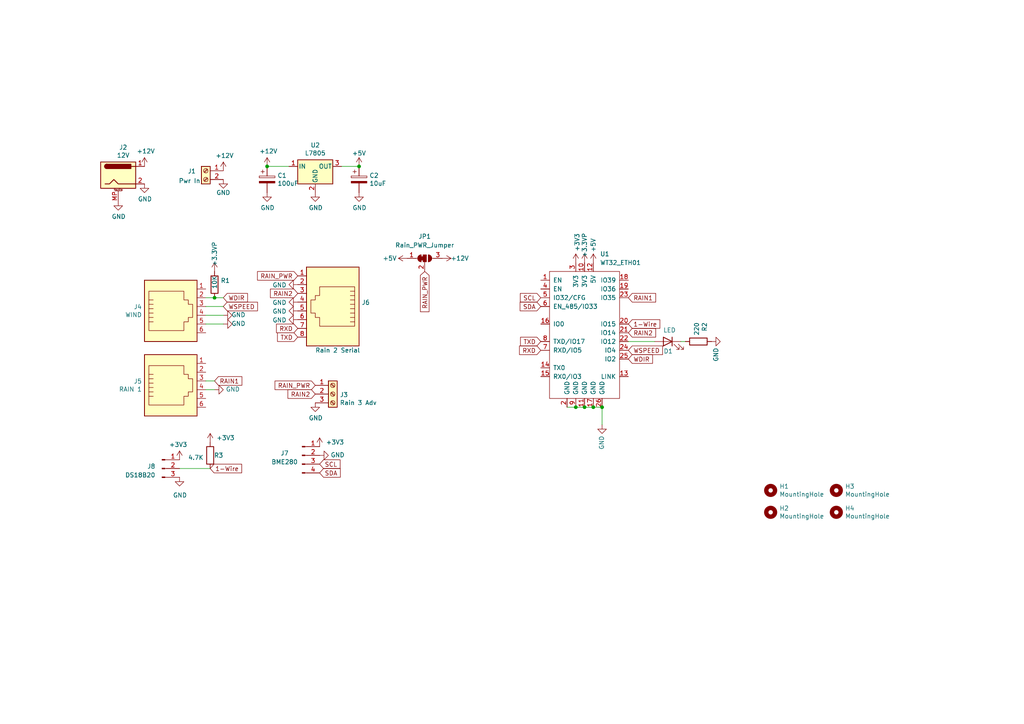
<source format=kicad_sch>
(kicad_sch (version 20230121) (generator eeschema)
  (paper "A4")
  (title_block (title "Weather ESP32") (date "2023-07-03") (rev "v2") (company "Scott Hanson"))
  (lib_symbols
    (symbol "Connector:8P8C" (pin_names (offset 1.016))
      (property "Reference" "J" (at -5.08 13.97 0))
      (property "Value" "8P8C" (at 2.54 13.97 0))
      (symbol "8P8C_0_1"
        (polyline (pts (xy -5.08 4.445) (xy -6.35 4.445)))
        (polyline (pts (xy -5.08 5.715) (xy -6.35 5.715)))
        (polyline (pts (xy -6.35 -3.175) (xy -5.08 -3.175) (xy -5.08 -3.175)))
        (polyline (pts (xy -6.35 -1.905) (xy -5.08 -1.905) (xy -5.08 -1.905)))
        (polyline (pts (xy -6.35 -0.635) (xy -5.08 -0.635) (xy -5.08 -0.635)))
        (polyline (pts (xy -6.35 0.635) (xy -5.08 0.635) (xy -5.08 0.635)))
        (polyline (pts (xy -6.35 1.905) (xy -5.08 1.905) (xy -5.08 1.905)))
        (polyline (pts (xy -5.08 3.175) (xy -6.35 3.175) (xy -6.35 3.175)))
        (polyline (pts (xy -6.35 -4.445) (xy -6.35 6.985) (xy 3.81 6.985) (xy 3.81 4.445) (xy 5.08 4.445) (xy 5.08 3.175) (xy 6.35 3.175) (xy 6.35 -0.635) (xy 5.08 -0.635) (xy 5.08 -1.905) (xy 3.81 -1.905) (xy 3.81 -4.445) (xy -6.35 -4.445) (xy -6.35 -4.445)))
        (rectangle (start 7.62 12.7) (end -7.62 -10.16) (stroke (width 0.254)) (fill (type background)))
      )
      (symbol "8P8C_1_1"
        (pin passive line (at 10.16 -7.62 180) (length 2.54) (name "~") (number "1"))
        (pin passive line (at 10.16 -5.08 180) (length 2.54) (name "~") (number "2"))
        (pin passive line (at 10.16 -2.54 180) (length 2.54) (name "~") (number "3"))
        (pin passive line (at 10.16 0 180) (length 2.54) (name "~") (number "4"))
        (pin passive line (at 10.16 2.54 180) (length 2.54) (name "~") (number "5"))
        (pin passive line (at 10.16 5.08 180) (length 2.54) (name "~") (number "6"))
        (pin passive line (at 10.16 7.62 180) (length 2.54) (name "~") (number "7"))
        (pin passive line (at 10.16 10.16 180) (length 2.54) (name "~") (number "8"))
      )
    )
    (symbol "Connector:Barrel_Jack_MountingPin" (pin_names hide)
      (property "Reference" "J" (at 0 5.334 0))
      (property "Value" "Barrel_Jack_MountingPin" (at 1.27 -6.35 0))
      (symbol "Barrel_Jack_MountingPin_0_1"
        (rectangle (start -5.08 3.81) (end 5.08 -3.81) (stroke (width 0.254)) (fill (type background)))
        (arc (start -3.302 3.175) (mid -3.9343 2.54) (end -3.302 1.905) (stroke (width 0.254)))
        (arc (start -3.302 3.175) (mid -3.9343 2.54) (end -3.302 1.905) (stroke (width 0.254)) (fill (type outline)))
        (polyline (pts (xy 5.08 2.54) (xy 3.81 2.54)) (stroke (width 0.254)))
        (polyline (pts (xy -3.81 -2.54) (xy -2.54 -2.54) (xy -1.27 -1.27) (xy 0 -2.54) (xy 2.54 -2.54) (xy 5.08 -2.54)) (stroke (width 0.254)))
        (rectangle (start 3.683 3.175) (end -3.302 1.905) (stroke (width 0.254)) (fill (type outline)))
      )
      (symbol "Barrel_Jack_MountingPin_1_1"
        (polyline (pts (xy -1.016 -4.572) (xy 1.016 -4.572)) (stroke (width 0.1524)))
        (text "Mounting" (at 0 -4.191 0) (effects (font (size 0.381 0.381))))
        (pin passive line (at 7.62 2.54 180) (length 2.54) (name "~") (number "1"))
        (pin passive line (at 7.62 -2.54 180) (length 2.54) (name "~") (number "2"))
        (pin passive line (at 0 -7.62 90) (length 3.048) (name "MountPin") (number "MP"))
      )
    )
    (symbol "Connector:Conn_01x03_Pin" (pin_names (offset 1.016) hide)
      (property "Reference" "J" (at 0 5.08 0))
      (property "Value" "Conn_01x03_Pin" (at 0 -5.08 0))
      (symbol "Conn_01x03_Pin_1_1"
        (polyline (pts (xy 1.27 -2.54) (xy 0.8636 -2.54)) (stroke (width 0.1524)))
        (polyline (pts (xy 1.27 0) (xy 0.8636 0)) (stroke (width 0.1524)))
        (polyline (pts (xy 1.27 2.54) (xy 0.8636 2.54)) (stroke (width 0.1524)))
        (rectangle (start 0.8636 -2.413) (end 0 -2.667) (stroke (width 0.1524)) (fill (type outline)))
        (rectangle (start 0.8636 0.127) (end 0 -0.127) (stroke (width 0.1524)) (fill (type outline)))
        (rectangle (start 0.8636 2.667) (end 0 2.413) (stroke (width 0.1524)) (fill (type outline)))
        (pin passive line (at 5.08 2.54 180) (length 3.81) (name "Pin_1") (number "1"))
        (pin passive line (at 5.08 0 180) (length 3.81) (name "Pin_2") (number "2"))
        (pin passive line (at 5.08 -2.54 180) (length 3.81) (name "Pin_3") (number "3"))
      )
    )
    (symbol "Connector:Conn_01x04_Pin" (pin_names (offset 1.016) hide)
      (property "Reference" "J" (at 0 5.08 0))
      (property "Value" "Conn_01x04_Pin" (at 0 -7.62 0))
      (symbol "Conn_01x04_Pin_1_1"
        (polyline (pts (xy 1.27 -5.08) (xy 0.8636 -5.08)) (stroke (width 0.1524)))
        (polyline (pts (xy 1.27 -2.54) (xy 0.8636 -2.54)) (stroke (width 0.1524)))
        (polyline (pts (xy 1.27 0) (xy 0.8636 0)) (stroke (width 0.1524)))
        (polyline (pts (xy 1.27 2.54) (xy 0.8636 2.54)) (stroke (width 0.1524)))
        (rectangle (start 0.8636 -4.953) (end 0 -5.207) (stroke (width 0.1524)) (fill (type outline)))
        (rectangle (start 0.8636 -2.413) (end 0 -2.667) (stroke (width 0.1524)) (fill (type outline)))
        (rectangle (start 0.8636 0.127) (end 0 -0.127) (stroke (width 0.1524)) (fill (type outline)))
        (rectangle (start 0.8636 2.667) (end 0 2.413) (stroke (width 0.1524)) (fill (type outline)))
        (pin passive line (at 5.08 2.54 180) (length 3.81) (name "Pin_1") (number "1"))
        (pin passive line (at 5.08 0 180) (length 3.81) (name "Pin_2") (number "2"))
        (pin passive line (at 5.08 -2.54 180) (length 3.81) (name "Pin_3") (number "3"))
        (pin passive line (at 5.08 -5.08 180) (length 3.81) (name "Pin_4") (number "4"))
      )
    )
    (symbol "Connector:RJ12" (pin_names (offset 1.016))
      (property "Reference" "J" (at -5.08 11.43 0))
      (property "Value" "RJ12" (at 2.54 11.43 0))
      (symbol "RJ12_0_1"
        (polyline (pts (xy -6.35 -1.905) (xy -5.08 -1.905) (xy -5.08 -1.905)))
        (polyline (pts (xy -6.35 -0.635) (xy -5.08 -0.635) (xy -5.08 -0.635)))
        (polyline (pts (xy -6.35 0.635) (xy -5.08 0.635) (xy -5.08 0.635)))
        (polyline (pts (xy -6.35 1.905) (xy -5.08 1.905) (xy -5.08 1.905)))
        (polyline (pts (xy -6.35 3.175) (xy -5.08 3.175) (xy -5.08 3.175)))
        (polyline (pts (xy -5.08 4.445) (xy -6.35 4.445) (xy -6.35 4.445)))
        (polyline (pts (xy -6.35 -4.445) (xy -6.35 6.985) (xy 3.81 6.985) (xy 3.81 4.445) (xy 5.08 4.445) (xy 5.08 3.175) (xy 6.35 3.175) (xy 6.35 -0.635) (xy 5.08 -0.635) (xy 5.08 -1.905) (xy 3.81 -1.905) (xy 3.81 -4.445) (xy -6.35 -4.445) (xy -6.35 -4.445)))
        (rectangle (start 7.62 10.16) (end -7.62 -7.62) (stroke (width 0.254)) (fill (type background)))
      )
      (symbol "RJ12_1_1"
        (pin passive line (at 10.16 -5.08 180) (length 2.54) (name "~") (number "1"))
        (pin passive line (at 10.16 -2.54 180) (length 2.54) (name "~") (number "2"))
        (pin passive line (at 10.16 0 180) (length 2.54) (name "~") (number "3"))
        (pin passive line (at 10.16 2.54 180) (length 2.54) (name "~") (number "4"))
        (pin passive line (at 10.16 5.08 180) (length 2.54) (name "~") (number "5"))
        (pin passive line (at 10.16 7.62 180) (length 2.54) (name "~") (number "6"))
      )
    )
    (symbol "Connector:Screw_Terminal_01x02" (pin_names (offset 1.016) hide)
      (property "Reference" "J" (at 0 2.54 0))
      (property "Value" "Screw_Terminal_01x02" (at 0 -5.08 0))
      (symbol "Screw_Terminal_01x02_1_1"
        (rectangle (start -1.27 1.27) (end 1.27 -3.81) (stroke (width 0.254)) (fill (type background)))
        (circle (center 0 -2.54) (radius 0.635) (stroke (width 0.1524)))
        (polyline (pts (xy -0.5334 -2.2098) (xy 0.3302 -3.048)) (stroke (width 0.1524)))
        (polyline (pts (xy -0.5334 0.3302) (xy 0.3302 -0.508)) (stroke (width 0.1524)))
        (polyline (pts (xy -0.3556 -2.032) (xy 0.508 -2.8702)) (stroke (width 0.1524)))
        (polyline (pts (xy -0.3556 0.508) (xy 0.508 -0.3302)) (stroke (width 0.1524)))
        (circle (center 0 0) (radius 0.635) (stroke (width 0.1524)))
        (pin passive line (at -5.08 0 0) (length 3.81) (name "Pin_1") (number "1"))
        (pin passive line (at -5.08 -2.54 0) (length 3.81) (name "Pin_2") (number "2"))
      )
    )
    (symbol "Connector:Screw_Terminal_01x03" (pin_names (offset 1.016) hide)
      (property "Reference" "J" (at 0 5.08 0))
      (property "Value" "Screw_Terminal_01x03" (at 0 -5.08 0))
      (symbol "Screw_Terminal_01x03_1_1"
        (rectangle (start -1.27 3.81) (end 1.27 -3.81) (stroke (width 0.254)) (fill (type background)))
        (circle (center 0 -2.54) (radius 0.635) (stroke (width 0.1524)))
        (polyline (pts (xy -0.5334 -2.2098) (xy 0.3302 -3.048)) (stroke (width 0.1524)))
        (polyline (pts (xy -0.5334 0.3302) (xy 0.3302 -0.508)) (stroke (width 0.1524)))
        (polyline (pts (xy -0.5334 2.8702) (xy 0.3302 2.032)) (stroke (width 0.1524)))
        (polyline (pts (xy -0.3556 -2.032) (xy 0.508 -2.8702)) (stroke (width 0.1524)))
        (polyline (pts (xy -0.3556 0.508) (xy 0.508 -0.3302)) (stroke (width 0.1524)))
        (polyline (pts (xy -0.3556 3.048) (xy 0.508 2.2098)) (stroke (width 0.1524)))
        (circle (center 0 0) (radius 0.635) (stroke (width 0.1524)))
        (circle (center 0 2.54) (radius 0.635) (stroke (width 0.1524)))
        (pin passive line (at -5.08 2.54 0) (length 3.81) (name "Pin_1") (number "1"))
        (pin passive line (at -5.08 0 0) (length 3.81) (name "Pin_2") (number "2"))
        (pin passive line (at -5.08 -2.54 0) (length 3.81) (name "Pin_3") (number "3"))
      )
    )
    (symbol "Device:C_Polarized" (pin_numbers hide) (pin_names (offset 0.254))
      (property "Reference" "C" (at 0.635 2.54 0))
      (property "Value" "C_Polarized" (at 0.635 -2.54 0))
      (symbol "C_Polarized_0_1"
        (rectangle (start -2.286 0.508) (end 2.286 1.016))
        (polyline (pts (xy -1.778 2.286) (xy -0.762 2.286)))
        (polyline (pts (xy -1.27 2.794) (xy -1.27 1.778)))
        (rectangle (start 2.286 -0.508) (end -2.286 -1.016) (fill (type outline)))
      )
      (symbol "C_Polarized_1_1"
        (pin passive line (at 0 3.81 270) (length 2.794) (name "~") (number "1"))
        (pin passive line (at 0 -3.81 90) (length 2.794) (name "~") (number "2"))
      )
    )
    (symbol "Device:LED" (pin_numbers hide) (pin_names (offset 1.016) hide)
      (property "Reference" "D" (at 0 2.54 0))
      (property "Value" "LED" (at 0 -2.54 0))
      (symbol "LED_0_1"
        (polyline (pts (xy -1.27 -1.27) (xy -1.27 1.27)) (stroke (width 0.254)))
        (polyline (pts (xy -1.27 0) (xy 1.27 0)))
        (polyline (pts (xy 1.27 -1.27) (xy 1.27 1.27) (xy -1.27 0) (xy 1.27 -1.27)) (stroke (width 0.254)))
        (polyline (pts (xy -3.048 -0.762) (xy -4.572 -2.286) (xy -3.81 -2.286) (xy -4.572 -2.286) (xy -4.572 -1.524)))
        (polyline (pts (xy -1.778 -0.762) (xy -3.302 -2.286) (xy -2.54 -2.286) (xy -3.302 -2.286) (xy -3.302 -1.524)))
      )
      (symbol "LED_1_1"
        (pin passive line (at -3.81 0 0) (length 2.54) (name "K") (number "1"))
        (pin passive line (at 3.81 0 180) (length 2.54) (name "A") (number "2"))
      )
    )
    (symbol "Device:R" (pin_numbers hide) (pin_names (offset 0))
      (property "Reference" "R" (at 2.032 0 90))
      (property "Value" "R" (at 0 0 90))
      (symbol "R_0_1"
        (rectangle (start -1.016 -2.54) (end 1.016 2.54) (stroke (width 0.254)))
      )
      (symbol "R_1_1"
        (pin passive line (at 0 3.81 270) (length 1.27) (name "~") (number "1"))
        (pin passive line (at 0 -3.81 90) (length 1.27) (name "~") (number "2"))
      )
    )
    (symbol "ESP32:WT32_ETH01" (pin_names (offset 1.016))
      (property "Reference" "U" (at 5.08 -2.54 0))
      (property "Value" "WT32_ETH01" (at 5.08 -5.08 0))
      (symbol "WT32_ETH01_0_1"
        (rectangle (start -10.16 -7.62) (end 10.16 -44.45))
      )
      (symbol "WT32_ETH01_1_1"
        (pin input line (at -12.7 -10.16 0) (length 2.54) (name "EN") (number "1"))
        (pin power_in line (at 0 -5.08 270) (length 2.54) (name "3V3") (number "10"))
        (pin power_in line (at 0 -46.99 90) (length 2.54) (name "GND") (number "11"))
        (pin power_in line (at 2.54 -5.08 270) (length 2.54) (name "5V") (number "12"))
        (pin output line (at 12.7 -38.1 180) (length 2.54) (name "LINK") (number "13"))
        (pin input line (at -12.7 -35.56 0) (length 2.54) (name "TX0") (number "14"))
        (pin input line (at -12.7 -38.1 0) (length 2.54) (name "RX0/IO3") (number "15"))
        (pin input line (at -12.7 -22.86 0) (length 2.54) (name "IO0") (number "16"))
        (pin input line (at 2.54 -46.99 90) (length 2.54) (name "GND") (number "17"))
        (pin input line (at 12.7 -10.16 180) (length 2.54) (name "IO39") (number "18"))
        (pin input line (at 12.7 -12.7 180) (length 2.54) (name "IO36") (number "19"))
        (pin power_in line (at -5.08 -46.99 90) (length 2.54) (name "GND") (number "2"))
        (pin bidirectional line (at 12.7 -22.86 180) (length 2.54) (name "IO15") (number "20"))
        (pin bidirectional line (at 12.7 -25.4 180) (length 2.54) (name "IO14") (number "21"))
        (pin bidirectional line (at 12.7 -27.94 180) (length 2.54) (name "IO12") (number "22"))
        (pin input line (at 12.7 -15.24 180) (length 2.54) (name "IO35") (number "23"))
        (pin bidirectional line (at 12.7 -30.48 180) (length 2.54) (name "IO4") (number "24"))
        (pin bidirectional line (at 12.7 -33.02 180) (length 2.54) (name "IO2") (number "25"))
        (pin input line (at 5.08 -46.99 90) (length 2.54) (name "GND") (number "26"))
        (pin power_in line (at -2.54 -5.08 270) (length 2.54) (name "3V3") (number "3"))
        (pin input line (at -12.7 -12.7 0) (length 2.54) (name "EN") (number "4"))
        (pin input line (at -12.7 -15.24 0) (length 2.54) (name "IO32/CFG") (number "5"))
        (pin input line (at -12.7 -17.78 0) (length 2.54) (name "EN_485/IO33") (number "6"))
        (pin input line (at -12.7 -30.48 0) (length 2.54) (name "RXD/IO5") (number "7"))
        (pin input line (at -12.7 -27.94 0) (length 2.54) (name "TXD/IO17") (number "8"))
        (pin power_in line (at -2.54 -46.99 90) (length 2.54) (name "GND") (number "9"))
      )
    )
    (symbol "Jumper:SolderJumper_3_Bridged12" (pin_names (offset 0) hide)
      (property "Reference" "JP" (at -2.54 -2.54 0))
      (property "Value" "SolderJumper_3_Bridged12" (at 0 2.794 0))
      (symbol "SolderJumper_3_Bridged12_0_1"
        (rectangle (start -1.016 0.508) (end -0.508 -0.508) (fill (type outline)))
        (arc (start -1.016 1.016) (mid -2.0276 0) (end -1.016 -1.016))
        (arc (start -1.016 1.016) (mid -2.0276 0) (end -1.016 -1.016) (fill (type outline)))
        (rectangle (start -0.508 1.016) (end 0.508 -1.016) (fill (type outline)))
        (polyline (pts (xy -2.54 0) (xy -2.032 0)))
        (polyline (pts (xy -1.016 1.016) (xy -1.016 -1.016)))
        (polyline (pts (xy 0 -1.27) (xy 0 -1.016)))
        (polyline (pts (xy 1.016 1.016) (xy 1.016 -1.016)))
        (polyline (pts (xy 2.54 0) (xy 2.032 0)))
        (arc (start 1.016 -1.016) (mid 2.0276 0) (end 1.016 1.016))
        (arc (start 1.016 -1.016) (mid 2.0276 0) (end 1.016 1.016) (fill (type outline)))
      )
      (symbol "SolderJumper_3_Bridged12_1_1"
        (pin passive line (at -5.08 0 0) (length 2.54) (name "A") (number "1"))
        (pin passive line (at 0 -3.81 90) (length 2.54) (name "C") (number "2"))
        (pin passive line (at 5.08 0 180) (length 2.54) (name "B") (number "3"))
      )
    )
    (symbol "Mechanical:MountingHole" (pin_names (offset 1.016))
      (property "Reference" "H" (at 0 5.08 0))
      (property "Value" "MountingHole" (at 0 3.175 0))
      (symbol "MountingHole_0_1"
        (circle (center 0 0) (radius 1.27) (stroke (width 1.27)))
      )
    )
    (symbol "Regulator_Linear:L7805" (pin_names (offset 0.254))
      (property "Reference" "U" (at -3.81 3.175 0))
      (property "Value" "L7805" (at 0 3.175 0))
      (symbol "L7805_0_1"
        (rectangle (start -5.08 1.905) (end 5.08 -5.08) (stroke (width 0.254)) (fill (type background)))
      )
      (symbol "L7805_1_1"
        (pin power_in line (at -7.62 0 0) (length 2.54) (name "IN") (number "1"))
        (pin power_in line (at 0 -7.62 90) (length 2.54) (name "GND") (number "2"))
        (pin power_out line (at 7.62 0 180) (length 2.54) (name "OUT") (number "3"))
      )
    )
    (symbol "power:+12V" (power) (pin_names (offset 0))
      (property "Value" "+12V" (at 0 3.556 0))
      (symbol "+12V_0_1"
        (polyline (pts (xy -0.762 1.27) (xy 0 2.54)))
        (polyline (pts (xy 0 0) (xy 0 2.54)))
        (polyline (pts (xy 0 2.54) (xy 0.762 1.27)))
      )
      (symbol "+12V_1_1"
        (pin power_in line (at 0 0 90) (length 0) hide (name "+12V") (number "1"))
      )
    )
    (symbol "power:+3.3V" (power) (pin_names (offset 0))
      (property "Value" "+3.3V" (at 0 3.556 0))
      (symbol "+3.3V_0_1"
        (polyline (pts (xy -0.762 1.27) (xy 0 2.54)))
        (polyline (pts (xy 0 0) (xy 0 2.54)))
        (polyline (pts (xy 0 2.54) (xy 0.762 1.27)))
      )
      (symbol "+3.3V_1_1"
        (pin power_in line (at 0 0 90) (length 0) hide (name "+3V3") (number "1"))
      )
    )
    (symbol "power:+3.3VP" (power) (pin_names (offset 0))
      (property "Value" "+3.3VP" (at 0 2.54 0))
      (symbol "+3.3VP_0_0"
        (pin power_in line (at 0 0 90) (length 0) hide (name "+3.3VP") (number "1"))
      )
      (symbol "+3.3VP_0_1"
        (polyline (pts (xy -0.762 1.27) (xy 0 2.54)))
        (polyline (pts (xy 0 0) (xy 0 2.54)))
        (polyline (pts (xy 0 2.54) (xy 0.762 1.27)))
      )
    )
    (symbol "power:+5V" (power) (pin_names (offset 0))
      (property "Value" "+5V" (at 0 3.556 0))
      (symbol "+5V_0_1"
        (polyline (pts (xy -0.762 1.27) (xy 0 2.54)))
        (polyline (pts (xy 0 0) (xy 0 2.54)))
        (polyline (pts (xy 0 2.54) (xy 0.762 1.27)))
      )
      (symbol "+5V_1_1"
        (pin power_in line (at 0 0 90) (length 0) hide (name "+5V") (number "1"))
      )
    )
    (symbol "power:GND" (power) (pin_names (offset 0))
      (property "Value" "GND" (at 0 -3.81 0))
      (symbol "GND_0_1"
        (polyline (pts (xy 0 0) (xy 0 -1.27) (xy 1.27 -1.27) (xy 0 -2.54) (xy -1.27 -1.27) (xy 0 -1.27)))
      )
      (symbol "GND_1_1"
        (pin power_in line (at 0 0 270) (length 0) hide (name "GND") (number "1"))
      )
    )
  )
  (junction (at 172.085 118.11))
  (junction (at 77.47 48.26))
  (junction (at 104.14 48.26))
  (junction (at 62.23 86.36))
  (junction (at 169.545 118.11))
  (junction (at 167.005 118.11))
  (junction (at 174.625 118.11))
  (wire (pts (xy 60.96 135.89) (xy 52.07 135.89)))
  (wire (pts (xy 64.77 88.9) (xy 59.69 88.9)))
  (wire (pts (xy 83.82 48.26) (xy 77.47 48.26)))
  (wire (pts (xy 164.465 118.11) (xy 167.005 118.11)))
  (wire (pts (xy 172.085 118.11) (xy 174.625 118.11)))
  (wire (pts (xy 174.625 118.11) (xy 174.625 123.19)))
  (wire (pts (xy 59.69 86.36) (xy 62.23 86.36)))
  (wire (pts (xy 62.23 110.49) (xy 59.69 110.49)))
  (wire (pts (xy 197.485 99.06) (xy 198.755 99.06)))
  (wire (pts (xy 62.23 86.36) (xy 64.77 86.36)))
  (wire (pts (xy 64.77 93.98) (xy 59.69 93.98)))
  (wire (pts (xy 167.005 118.11) (xy 169.545 118.11)))
  (wire (pts (xy 59.69 91.44) (xy 64.77 91.44)))
  (wire (pts (xy 59.69 113.03) (xy 62.23 113.03)))
  (wire (pts (xy 99.06 48.26) (xy 104.14 48.26)))
  (wire (pts (xy 182.245 99.06) (xy 189.865 99.06)))
  (wire (pts (xy 169.545 118.11) (xy 172.085 118.11)))
  (global_label "1-Wire" (shape input) (at 182.245 93.98 0) (property "Intersheetrefs" "${INTERSHEET_REFS}" (effects hide)))
  (global_label "TXD" (shape input) (at 86.36 97.79 180) (property "Intersheetrefs" "${INTERSHEET_REFS}" (effects hide)))
  (global_label "RAIN2" (shape input) (at 86.36 85.09 180) (property "Intersheetrefs" "${INTERSHEET_REFS}" (effects hide)))
  (global_label "RAIN_PWR" (shape input) (at 123.19 78.74 270) (property "Intersheetrefs" "${INTERSHEET_REFS}" (effects hide)))
  (global_label "SCL" (shape input) (at 92.71 134.62 0) (property "Intersheetrefs" "${INTERSHEET_REFS}" (effects hide)))
  (global_label "RAIN_PWR" (shape input) (at 86.36 80.01 180) (property "Intersheetrefs" "${INTERSHEET_REFS}" (effects hide)))
  (global_label "RXD" (shape input) (at 86.36 95.25 180) (property "Intersheetrefs" "${INTERSHEET_REFS}" (effects hide)))
  (global_label "1-Wire" (shape input) (at 60.96 135.89 0) (property "Intersheetrefs" "${INTERSHEET_REFS}" (effects hide)))
  (global_label "WSPEED" (shape input) (at 182.245 101.6 0) (property "Intersheetrefs" "${INTERSHEET_REFS}" (effects hide)))
  (global_label "WDIR" (shape input) (at 64.77 86.36 0) (property "Intersheetrefs" "${INTERSHEET_REFS}" (effects hide)))
  (global_label "WSPEED" (shape input) (at 64.77 88.9 0) (property "Intersheetrefs" "${INTERSHEET_REFS}" (effects hide)))
  (global_label "SDA" (shape input) (at 92.71 137.16 0) (property "Intersheetrefs" "${INTERSHEET_REFS}" (effects hide)))
  (global_label "RAIN2" (shape input) (at 182.245 96.52 0) (property "Intersheetrefs" "${INTERSHEET_REFS}" (effects hide)))
  (global_label "WDIR" (shape input) (at 182.245 104.14 0) (property "Intersheetrefs" "${INTERSHEET_REFS}" (effects hide)))
  (global_label "RAIN_PWR" (shape input) (at 91.44 111.76 180) (property "Intersheetrefs" "${INTERSHEET_REFS}" (effects hide)))
  (global_label "RAIN2" (shape input) (at 91.44 114.3 180) (property "Intersheetrefs" "${INTERSHEET_REFS}" (effects hide)))
  (global_label "RAIN1" (shape input) (at 62.23 110.49 0) (property "Intersheetrefs" "${INTERSHEET_REFS}" (effects hide)))
  (global_label "RAIN1" (shape input) (at 182.245 86.36 0) (property "Intersheetrefs" "${INTERSHEET_REFS}" (effects hide)))
  (global_label "SDA" (shape input) (at 156.845 88.9 180) (property "Intersheetrefs" "${INTERSHEET_REFS}" (effects hide)))
  (global_label "SCL" (shape input) (at 156.845 86.36 180) (property "Intersheetrefs" "${INTERSHEET_REFS}" (effects hide)))
  (global_label "TXD" (shape input) (at 156.845 99.06 180) (property "Intersheetrefs" "${INTERSHEET_REFS}" (effects hide)))
  (global_label "RXD" (shape input) (at 156.845 101.6 180) (property "Intersheetrefs" "${INTERSHEET_REFS}" (effects hide)))
  (symbol (lib_id "Connector:Screw_Terminal_01x03") (at 96.52 114.3 0) (unit 1)
    (property "Reference" "J3" (at 98.552 114.5032 0) (effects (justify left)))
    (property "Value" "Rain 3 Adv" (at 98.552 116.8146 0) (effects (justify left)))
    (property "Footprint" "TerminalBlock_Phoenix:TerminalBlock_Phoenix_MKDS-1,5-3_1x03_P5.00mm_Horizontal" (effects hide))
  )
  (symbol (lib_id "Device:R") (at 62.23 82.55 0) (unit 1)
    (property "Reference" "R1" (at 64.008 81.3816 0) (effects (justify left)))
    (property "Value" "10K" (at 62.23 83.82 90) (effects (justify left)))
    (property "Footprint" "Resistor_THT:R_Axial_DIN0207_L6.3mm_D2.5mm_P7.62mm_Horizontal" (effects hide))
  )
  (symbol (lib_id "Connector:Screw_Terminal_01x02") (at 59.69 49.53 0) (mirror y) (unit 1)
    (property "Reference" "J1" (at 55.626 49.657 0))
    (property "Value" "Pwr In" (at 54.991 52.451 0))
    (property "Footprint" "TerminalBlock_Phoenix:TerminalBlock_Phoenix_MKDS-1,5-2_1x02_P5.00mm_Horizontal" (effects hide))
  )
  (symbol (lib_id "power:GND") (at 64.77 52.07 0) (unit 1)
    (property "Reference" "#PWR0107" (effects hide))
    (property "Value" "GND" (at 64.77 55.88 0))
  )
  (symbol (lib_id "power:+5V") (at 104.14 48.26 0) (unit 1)
    (property "Reference" "#PWR0108" (effects hide))
    (property "Value" "+5V" (at 104.14 44.45 0))
  )
  (symbol (lib_id "power:+3.3V") (at 167.005 76.2 0) (unit 1)
    (property "Reference" "#PWR0110" (effects hide))
    (property "Value" "+3.3V" (at 167.386 72.9488 90) (effects (justify left)))
  )
  (symbol (lib_id "Regulator_Linear:L7805") (at 91.44 48.26 0) (unit 1)
    (property "Reference" "U2" (at 91.44 42.1132 0))
    (property "Value" "L7805" (at 91.44 44.4246 0))
    (property "Footprint" "Package_TO_SOT_THT:TO-220-3_Vertical" (effects hide))
    (property "Datasheet" "http://www.st.com/content/ccc/resource/technical/document/datasheet/41/4f/b3/b0/12/d4/47/88/CD00000444.pdf/files/CD00000444.pdf/jcr:content/translations/en.CD00000444.pdf" (effects hide))
  )
  (symbol (lib_id "Device:C_Polarized") (at 77.47 52.07 0) (unit 1)
    (property "Reference" "C1" (at 80.4672 50.9016 0) (effects (justify left)))
    (property "Value" "100uF" (at 80.4672 53.213 0) (effects (justify left)))
    (property "Footprint" "Capacitor_THT:CP_Radial_D5.0mm_P2.50mm" (effects hide))
  )
  (symbol (lib_id "Device:C_Polarized") (at 104.14 52.07 0) (unit 1)
    (property "Reference" "C2" (at 107.1372 50.9016 0) (effects (justify left)))
    (property "Value" "10uF" (at 107.1372 53.213 0) (effects (justify left)))
    (property "Footprint" "Capacitor_THT:CP_Radial_D5.0mm_P2.50mm" (effects hide))
  )
  (symbol (lib_id "power:+12V") (at 77.47 48.26 0) (unit 1)
    (property "Reference" "#PWR05" (effects hide))
    (property "Value" "+12V" (at 77.851 43.8658 0))
  )
  (symbol (lib_id "power:+12V") (at 64.77 49.53 0) (unit 1)
    (property "Reference" "#PWR02" (effects hide))
    (property "Value" "+12V" (at 65.151 45.1358 0))
  )
  (symbol (lib_id "power:GND") (at 104.14 55.88 0) (unit 1)
    (property "Reference" "#PWR08" (effects hide))
    (property "Value" "GND" (at 104.267 60.2742 0))
  )
  (symbol (lib_id "power:GND") (at 91.44 55.88 0) (unit 1)
    (property "Reference" "#PWR07" (effects hide))
    (property "Value" "GND" (at 91.567 60.2742 0))
  )
  (symbol (lib_id "power:GND") (at 77.47 55.88 0) (unit 1)
    (property "Reference" "#PWR06" (effects hide))
    (property "Value" "GND" (at 77.597 60.2742 0))
  )
  (symbol (lib_id "Connector:8P8C") (at 96.52 87.63 180) (unit 1)
    (property "Reference" "J6" (at 104.902 87.7316 0) (effects (justify right)))
    (property "Value" "Rain 2 Serial" (at 91.44 101.6 0) (effects (justify right)))
    (property "Footprint" "Connector_RJ:RJ45_Amphenol_54602-x08_Horizontal" (effects hide))
  )
  (symbol (lib_id "power:GND") (at 62.23 113.03 90) (unit 1)
    (property "Reference" "#PWR012" (effects hide))
    (property "Value" "GND" (at 65.4812 112.903 90) (effects (justify right)))
  )
  (symbol (lib_id "power:GND") (at 91.44 116.84 0) (unit 1)
    (property "Reference" "#PWR019" (effects hide))
    (property "Value" "GND" (at 91.567 121.2342 0))
  )
  (symbol (lib_id "power:+12V") (at 128.27 74.93 270) (unit 1)
    (property "Reference" "#PWR013" (effects hide))
    (property "Value" "+12V" (at 133.35 74.93 90))
  )
  (symbol (lib_id "power:GND") (at 86.36 82.55 270) (unit 1)
    (property "Reference" "#PWR014" (effects hide))
    (property "Value" "GND" (at 83.1088 82.677 90) (effects (justify right)))
  )
  (symbol (lib_id "power:GND") (at 86.36 90.17 270) (unit 1)
    (property "Reference" "#PWR016" (effects hide))
    (property "Value" "GND" (at 83.1088 90.297 90) (effects (justify right)))
  )
  (symbol (lib_id "power:GND") (at 86.36 92.71 270) (unit 1)
    (property "Reference" "#PWR017" (effects hide))
    (property "Value" "GND" (at 83.1088 92.837 90) (effects (justify right)))
  )
  (symbol (lib_id "power:GND") (at 64.77 93.98 90) (unit 1)
    (property "Reference" "#PWR011" (effects hide))
    (property "Value" "GND" (at 69.1642 93.853 90))
  )
  (symbol (lib_id "power:GND") (at 64.77 91.44 90) (unit 1)
    (property "Reference" "#PWR010" (effects hide))
    (property "Value" "GND" (at 69.1642 91.313 90))
  )
  (symbol (lib_id "power:+12V") (at 41.91 48.26 0) (unit 1)
    (property "Reference" "#PWR03" (effects hide))
    (property "Value" "+12V" (at 42.291 43.8658 0))
  )
  (symbol (lib_id "power:GND") (at 41.91 53.34 0) (unit 1)
    (property "Reference" "#PWR04" (effects hide))
    (property "Value" "GND" (at 42.037 57.7342 0))
  )
  (symbol (lib_id "Mechanical:MountingHole") (at 223.52 142.24 0) (unit 1) (in_bom no)
    (property "Reference" "H1" (at 226.06 141.0716 0) (effects (justify left)))
    (property "Value" "MountingHole" (at 226.06 143.383 0) (effects (justify left)))
    (property "Footprint" "MountingHole:MountingHole_3.7mm" (effects hide))
  )
  (symbol (lib_id "Mechanical:MountingHole") (at 242.57 142.24 0) (unit 1) (in_bom no)
    (property "Reference" "H3" (at 245.11 141.0716 0) (effects (justify left)))
    (property "Value" "MountingHole" (at 245.11 143.383 0) (effects (justify left)))
    (property "Footprint" "MountingHole:MountingHole_3.7mm" (effects hide))
  )
  (symbol (lib_id "Mechanical:MountingHole") (at 223.52 148.59 0) (unit 1) (in_bom no)
    (property "Reference" "H2" (at 226.06 147.4216 0) (effects (justify left)))
    (property "Value" "MountingHole" (at 226.06 149.733 0) (effects (justify left)))
    (property "Footprint" "MountingHole:MountingHole_3.7mm" (effects hide))
  )
  (symbol (lib_id "Mechanical:MountingHole") (at 242.57 148.59 0) (unit 1) (in_bom no)
    (property "Reference" "H4" (at 245.11 147.4216 0) (effects (justify left)))
    (property "Value" "MountingHole" (at 245.11 149.733 0) (effects (justify left)))
    (property "Footprint" "MountingHole:MountingHole_3.7mm" (effects hide))
  )
  (symbol (lib_id "Connector:RJ12") (at 49.53 88.9 0) (mirror x) (unit 1)
    (property "Reference" "J4" (at 41.1734 89.0016 0) (effects (justify right)))
    (property "Value" "WIND" (at 41.1734 91.313 0) (effects (justify right)))
    (property "Footprint" "Connector_RJ:RJ12_Amphenol_54601" (effects hide))
    (property "Digikey" "AE10391-ND" (effects hide))
  )
  (symbol (lib_id "Connector:RJ12") (at 49.53 110.49 0) (mirror x) (unit 1)
    (property "Reference" "J5" (at 41.1734 110.5916 0) (effects (justify right)))
    (property "Value" "RAIN 1" (at 41.1734 112.903 0) (effects (justify right)))
    (property "Footprint" "Connector_RJ:RJ12_Amphenol_54601" (effects hide))
    (property "Digikey" "AE10391-ND" (effects hide))
  )
  (symbol (lib_id "Connector:Barrel_Jack_MountingPin") (at 34.29 50.8 0) (unit 1)
    (property "Reference" "J2" (at 35.7378 42.7482 0))
    (property "Value" "12V" (at 35.7378 45.0596 0))
    (property "Footprint" "Weather_ESP32:BarrelJack_Horizontal" (effects hide))
  )
  (symbol (lib_id "power:GND") (at 34.29 58.42 0) (unit 1)
    (property "Reference" "#PWR0102" (effects hide))
    (property "Value" "GND" (at 34.417 62.8142 0))
  )
  (symbol (lib_id "Connector:Conn_01x04_Pin") (at 87.63 132.08 0) (unit 1)
    (property "Reference" "J7" (at 82.55 131.445 0))
    (property "Value" "BME280" (at 82.55 133.985 0))
    (property "Footprint" "Connector_PinHeader_2.54mm:PinHeader_1x04_P2.54mm_Vertical" (effects hide))
  )
  (symbol (lib_id "power:+3.3V") (at 52.07 133.35 0) (mirror y) (unit 1)
    (property "Reference" "#PWR09" (effects hide))
    (property "Value" "+3.3V" (at 51.689 128.9558 0))
  )
  (symbol (lib_id "power:+3.3VP") (at 62.23 78.74 0) (unit 1)
    (property "Reference" "#PWR024" (effects hide))
    (property "Value" "+3.3VP" (at 62.23 73.66 90))
  )
  (symbol (lib_id "power:+3.3VP") (at 169.545 76.2 0) (unit 1)
    (property "Reference" "#PWR018" (effects hide))
    (property "Value" "+3.3VP" (at 169.545 71.12 90))
  )
  (symbol (lib_id "Device:R") (at 60.96 132.08 0) (mirror x) (unit 1)
    (property "Reference" "R3" (at 64.77 132.08 0) (effects (justify right)))
    (property "Value" "4.7K" (at 59.055 132.715 0) (effects (justify right)))
    (property "Footprint" "Resistor_THT:R_Axial_DIN0207_L6.3mm_D2.5mm_P7.62mm_Horizontal" (effects hide))
  )
  (symbol (lib_id "Jumper:SolderJumper_3_Bridged12") (at 123.19 74.93 0) (unit 1) (in_bom no)
    (property "Reference" "JP1" (at 123.19 68.58 0))
    (property "Value" "Rain_PWR_Jumper" (at 123.19 71.12 0))
    (property "Footprint" "Jumper:SolderJumper-3_P1.3mm_Bridged2Bar12_RoundedPad1.0x1.5mm_NumberLabels" (effects hide))
  )
  (symbol (lib_id "Device:LED") (at 193.675 99.06 0) (mirror y) (unit 1)
    (property "Reference" "D1" (at 193.802 101.854 0))
    (property "Value" "LED" (at 194.183 95.758 0))
    (property "Footprint" "LED_THT:LED_D3.0mm" (effects hide))
    (property "Digi-Key_PN" "732-4984-1-ND" (effects hide))
    (property "LCSC_PN" "C2286" (effects hide))
    (property "MPN" "150080RS75000" (effects hide))
  )
  (symbol (lib_id "power:GND") (at 174.625 123.19 0) (unit 1)
    (property "Reference" "#PWR0106" (effects hide))
    (property "Value" "GND" (at 174.498 128.397 90))
  )
  (symbol (lib_id "power:GND") (at 92.71 132.08 90) (mirror x) (unit 1)
    (property "Reference" "#PWR022" (effects hide))
    (property "Value" "GND" (at 97.917 131.953 90))
  )
  (symbol (lib_id "Connector:Conn_01x03_Pin") (at 46.99 135.89 0) (unit 1)
    (property "Reference" "J8" (at 45.085 135.255 0) (effects (justify right)))
    (property "Value" "DS18B20" (at 45.085 137.795 0) (effects (justify right)))
    (property "Footprint" "Connector_JST:JST_XH_B3B-XH-A_1x03_P2.50mm_Vertical" (effects hide))
  )
  (symbol (lib_id "power:GND") (at 52.07 138.43 0) (mirror y) (unit 1)
    (property "Reference" "#PWR020" (effects hide))
    (property "Value" "GND" (at 52.197 143.637 0))
  )
  (symbol (lib_id "power:+5V") (at 172.085 76.2 0) (unit 1)
    (property "Reference" "#PWR0112" (effects hide))
    (property "Value" "+5V" (at 172.085 71.12 90))
  )
  (symbol (lib_id "Device:R") (at 202.565 99.06 270) (unit 1)
    (property "Reference" "R2" (at 204.343 93.472 0) (effects (justify left)))
    (property "Value" "220" (at 202.057 93.472 0) (effects (justify left)))
    (property "Footprint" "Resistor_THT:R_Axial_DIN0207_L6.3mm_D2.5mm_P7.62mm_Horizontal" (effects hide))
    (property "Digi-Key_PN" "RMCF0603FT220RTR-ND" (effects hide))
    (property "LCSC_PN" "C22962" (effects hide))
    (property "MPN" "RMCF0603FT220R" (effects hide))
  )
  (symbol (lib_id "power:+3.3V") (at 60.96 128.27 0) (mirror y) (unit 1)
    (property "Reference" "#PWR01" (effects hide))
    (property "Value" "+3.3V" (at 65.405 127 0))
  )
  (symbol (lib_id "power:GND") (at 206.375 99.06 90) (unit 1)
    (property "Reference" "#PWR0101" (effects hide))
    (property "Value" "GND" (at 207.645 102.87 0))
  )
  (symbol (lib_id "ESP32:WT32_ETH01") (at 169.545 71.12 0) (unit 1)
    (property "Reference" "U1" (at 174.0409 73.66 0) (effects (justify left)))
    (property "Value" "WT32_ETH01" (at 174.0409 76.2 0) (effects (justify left)))
    (property "Footprint" "ESP32:WT32_ETH01" (effects hide))
    (property "Datasheet" "http://www.wireless-tag.com/wp-content/uploads/2020/08/WT32-ETH01%E8%A7%84%E6%A0%BC%E4%B9%A6V1.2EN%EF%BC%88%E8%8B%B1%E6%96%87%EF%BC%89.pdf" (effects hide))
  )
  (symbol (lib_id "power:GND") (at 86.36 87.63 270) (unit 1)
    (property "Reference" "#PWR015" (effects hide))
    (property "Value" "GND" (at 83.1088 87.757 90) (effects (justify right)))
  )
  (symbol (lib_id "power:+5V") (at 118.11 74.93 90) (unit 1)
    (property "Reference" "#PWR023" (effects hide))
    (property "Value" "+5V" (at 113.03 74.93 90))
  )
  (symbol (lib_id "power:+3.3V") (at 92.71 129.54 0) (mirror y) (unit 1)
    (property "Reference" "#PWR021" (effects hide))
    (property "Value" "+3.3V" (at 97.155 128.27 0))
  )
)
</source>
